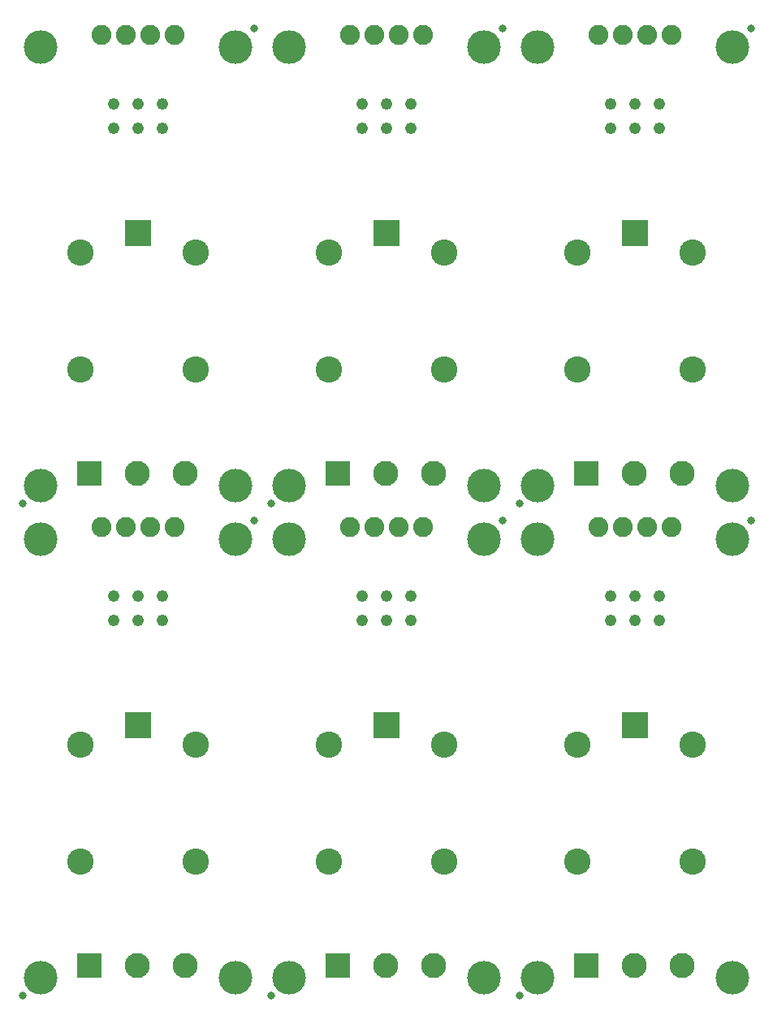
<source format=gbs>
G75*
%MOIN*%
%OFA0B0*%
%FSLAX25Y25*%
%IPPOS*%
%LPD*%
%AMOC8*
5,1,8,0,0,1.08239X$1,22.5*
%
%ADD10R,0.10800X0.10800*%
%ADD11C,0.10800*%
%ADD12C,0.13800*%
%ADD13C,0.03300*%
%ADD14C,0.04808*%
%ADD15R,0.10300X0.10300*%
%ADD16C,0.10300*%
%ADD17C,0.08200*%
D10*
X0055079Y0116043D03*
X0157079Y0116043D03*
X0259079Y0116043D03*
X0259079Y0318043D03*
X0157079Y0318043D03*
X0055079Y0318043D03*
D11*
X0031457Y0310169D03*
X0031457Y0262138D03*
X0078701Y0262138D03*
X0078701Y0310169D03*
X0133457Y0310169D03*
X0133457Y0262138D03*
X0180701Y0262138D03*
X0180701Y0310169D03*
X0235457Y0310169D03*
X0235457Y0262138D03*
X0282701Y0262138D03*
X0282701Y0310169D03*
X0282701Y0108169D03*
X0282701Y0060138D03*
X0235457Y0060138D03*
X0235457Y0108169D03*
X0180701Y0108169D03*
X0180701Y0060138D03*
X0133457Y0060138D03*
X0133457Y0108169D03*
X0078701Y0108169D03*
X0078701Y0060138D03*
X0031457Y0060138D03*
X0031457Y0108169D03*
D12*
X0015059Y0192500D03*
X0015059Y0214500D03*
X0095059Y0214500D03*
X0095059Y0192500D03*
X0117059Y0192500D03*
X0117059Y0214500D03*
X0197059Y0214500D03*
X0197059Y0192500D03*
X0219059Y0192500D03*
X0219059Y0214500D03*
X0299059Y0214500D03*
X0299059Y0192500D03*
X0299059Y0012500D03*
X0219059Y0012500D03*
X0197059Y0012500D03*
X0117059Y0012500D03*
X0095059Y0012500D03*
X0015059Y0012500D03*
X0015059Y0394500D03*
X0095059Y0394500D03*
X0117059Y0394500D03*
X0197059Y0394500D03*
X0219059Y0394500D03*
X0299059Y0394500D03*
D13*
X0007559Y0005000D03*
X0109559Y0005000D03*
X0211559Y0005000D03*
X0204559Y0200000D03*
X0211559Y0207000D03*
X0306559Y0200000D03*
X0306559Y0402000D03*
X0204559Y0402000D03*
X0102559Y0402000D03*
X0109559Y0207000D03*
X0102559Y0200000D03*
X0007559Y0207000D03*
D14*
X0045059Y0169000D03*
X0045059Y0159000D03*
X0055059Y0159000D03*
X0055059Y0169000D03*
X0065059Y0169000D03*
X0065059Y0159000D03*
X0147059Y0159000D03*
X0147059Y0169000D03*
X0157059Y0169000D03*
X0157059Y0159000D03*
X0167059Y0159000D03*
X0167059Y0169000D03*
X0249059Y0169000D03*
X0249059Y0159000D03*
X0259059Y0159000D03*
X0259059Y0169000D03*
X0269059Y0169000D03*
X0269059Y0159000D03*
X0269059Y0361000D03*
X0259059Y0361000D03*
X0259059Y0371000D03*
X0269059Y0371000D03*
X0249059Y0371000D03*
X0249059Y0361000D03*
X0167059Y0361000D03*
X0157059Y0361000D03*
X0157059Y0371000D03*
X0167059Y0371000D03*
X0147059Y0371000D03*
X0147059Y0361000D03*
X0065059Y0361000D03*
X0055059Y0361000D03*
X0055059Y0371000D03*
X0065059Y0371000D03*
X0045059Y0371000D03*
X0045059Y0361000D03*
D15*
X0035059Y0219500D03*
X0137059Y0219500D03*
X0239059Y0219500D03*
X0239059Y0017500D03*
X0137059Y0017500D03*
X0035059Y0017500D03*
D16*
X0054744Y0017500D03*
X0074429Y0017500D03*
X0156744Y0017500D03*
X0176429Y0017500D03*
X0258744Y0017500D03*
X0278429Y0017500D03*
X0278429Y0219500D03*
X0258744Y0219500D03*
X0176429Y0219500D03*
X0156744Y0219500D03*
X0074429Y0219500D03*
X0054744Y0219500D03*
D17*
X0050059Y0197500D03*
X0040059Y0197500D03*
X0060059Y0197500D03*
X0070059Y0197500D03*
X0142059Y0197500D03*
X0152059Y0197500D03*
X0162059Y0197500D03*
X0172059Y0197500D03*
X0244059Y0197500D03*
X0254059Y0197500D03*
X0264059Y0197500D03*
X0274059Y0197500D03*
X0274059Y0399500D03*
X0264059Y0399500D03*
X0254059Y0399500D03*
X0244059Y0399500D03*
X0172059Y0399500D03*
X0162059Y0399500D03*
X0152059Y0399500D03*
X0142059Y0399500D03*
X0070059Y0399500D03*
X0060059Y0399500D03*
X0050059Y0399500D03*
X0040059Y0399500D03*
M02*

</source>
